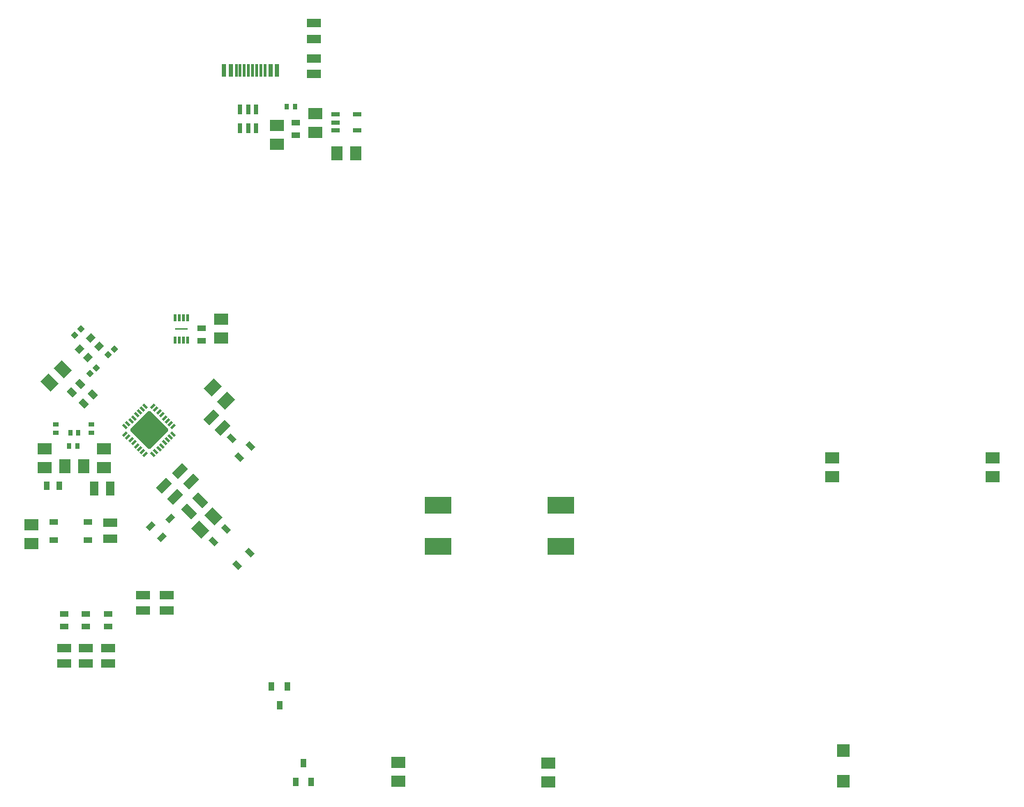
<source format=gtp>
G04*
G04 #@! TF.GenerationSoftware,Altium Limited,Altium Designer,23.9.2 (47)*
G04*
G04 Layer_Color=8421504*
%FSLAX25Y25*%
%MOIN*%
G70*
G04*
G04 #@! TF.SameCoordinates,32FA3CAB-4A21-4C27-9538-83D2161AB544*
G04*
G04*
G04 #@! TF.FilePolarity,Positive*
G04*
G01*
G75*
%ADD18R,0.06299X0.00787*%
G04:AMPARAMS|DCode=19|XSize=25.59mil|YSize=41.34mil|CornerRadius=0mil|HoleSize=0mil|Usage=FLASHONLY|Rotation=225.000|XOffset=0mil|YOffset=0mil|HoleType=Round|Shape=Rectangle|*
%AMROTATEDRECTD19*
4,1,4,-0.00557,0.02366,0.02366,-0.00557,0.00557,-0.02366,-0.02366,0.00557,-0.00557,0.02366,0.0*
%
%ADD19ROTATEDRECTD19*%

%ADD20R,0.02559X0.04134*%
G04:AMPARAMS|DCode=21|XSize=25.59mil|YSize=41.34mil|CornerRadius=0mil|HoleSize=0mil|Usage=FLASHONLY|Rotation=135.000|XOffset=0mil|YOffset=0mil|HoleType=Round|Shape=Rectangle|*
%AMROTATEDRECTD21*
4,1,4,0.02366,0.00557,-0.00557,-0.02366,-0.02366,-0.00557,0.00557,0.02366,0.02366,0.00557,0.0*
%
%ADD21ROTATEDRECTD21*%

%ADD22R,0.01181X0.05906*%
%ADD23R,0.12520X0.07874*%
G04:AMPARAMS|DCode=24|XSize=135.83mil|YSize=135.83mil|CornerRadius=6.79mil|HoleSize=0mil|Usage=FLASHONLY|Rotation=225.000|XOffset=0mil|YOffset=0mil|HoleType=Round|Shape=RoundedRectangle|*
%AMROUNDEDRECTD24*
21,1,0.13583,0.12224,0,0,225.0*
21,1,0.12224,0.13583,0,0,225.0*
1,1,0.01358,-0.08644,0.00000*
1,1,0.01358,0.00000,0.08644*
1,1,0.01358,0.08644,0.00000*
1,1,0.01358,0.00000,-0.08644*
%
%ADD24ROUNDEDRECTD24*%
%ADD25R,0.02362X0.02756*%
G04:AMPARAMS|DCode=26|XSize=39.37mil|YSize=66.93mil|CornerRadius=0mil|HoleSize=0mil|Usage=FLASHONLY|Rotation=315.000|XOffset=0mil|YOffset=0mil|HoleType=Round|Shape=Rectangle|*
%AMROTATEDRECTD26*
4,1,4,-0.03758,-0.00974,0.00974,0.03758,0.03758,0.00974,-0.00974,-0.03758,-0.03758,-0.00974,0.0*
%
%ADD26ROTATEDRECTD26*%

G04:AMPARAMS|DCode=27|XSize=55.12mil|YSize=66.93mil|CornerRadius=0mil|HoleSize=0mil|Usage=FLASHONLY|Rotation=45.000|XOffset=0mil|YOffset=0mil|HoleType=Round|Shape=Rectangle|*
%AMROTATEDRECTD27*
4,1,4,0.00418,-0.04315,-0.04315,0.00418,-0.00418,0.04315,0.04315,-0.00418,0.00418,-0.04315,0.0*
%
%ADD27ROTATEDRECTD27*%

G04:AMPARAMS|DCode=28|XSize=9.84mil|YSize=27.56mil|CornerRadius=0.49mil|HoleSize=0mil|Usage=FLASHONLY|Rotation=45.000|XOffset=0mil|YOffset=0mil|HoleType=Round|Shape=RoundedRectangle|*
%AMROUNDEDRECTD28*
21,1,0.00984,0.02657,0,0,45.0*
21,1,0.00886,0.02756,0,0,45.0*
1,1,0.00098,0.01253,-0.00626*
1,1,0.00098,0.00626,-0.01253*
1,1,0.00098,-0.01253,0.00626*
1,1,0.00098,-0.00626,0.01253*
%
%ADD28ROUNDEDRECTD28*%
G04:AMPARAMS|DCode=29|XSize=9.84mil|YSize=27.56mil|CornerRadius=0.49mil|HoleSize=0mil|Usage=FLASHONLY|Rotation=315.000|XOffset=0mil|YOffset=0mil|HoleType=Round|Shape=RoundedRectangle|*
%AMROUNDEDRECTD29*
21,1,0.00984,0.02657,0,0,315.0*
21,1,0.00886,0.02756,0,0,315.0*
1,1,0.00098,-0.00626,-0.01253*
1,1,0.00098,-0.01253,-0.00626*
1,1,0.00098,0.00626,0.01253*
1,1,0.00098,0.01253,0.00626*
%
%ADD29ROUNDEDRECTD29*%
%ADD30R,0.02756X0.02362*%
%ADD31R,0.01181X0.03543*%
%ADD32R,0.05709X0.00197*%
%ADD33R,0.03150X0.03937*%
%ADD34R,0.06693X0.05512*%
G04:AMPARAMS|DCode=35|XSize=55.12mil|YSize=66.93mil|CornerRadius=0mil|HoleSize=0mil|Usage=FLASHONLY|Rotation=315.000|XOffset=0mil|YOffset=0mil|HoleType=Round|Shape=Rectangle|*
%AMROTATEDRECTD35*
4,1,4,-0.04315,-0.00418,0.00418,0.04315,0.04315,0.00418,-0.00418,-0.04315,-0.04315,-0.00418,0.0*
%
%ADD35ROTATEDRECTD35*%

%ADD36R,0.05512X0.06693*%
G04:AMPARAMS|DCode=37|XSize=31.5mil|YSize=39.37mil|CornerRadius=0mil|HoleSize=0mil|Usage=FLASHONLY|Rotation=45.000|XOffset=0mil|YOffset=0mil|HoleType=Round|Shape=Rectangle|*
%AMROTATEDRECTD37*
4,1,4,0.00278,-0.02506,-0.02506,0.00278,-0.00278,0.02506,0.02506,-0.00278,0.00278,-0.02506,0.0*
%
%ADD37ROTATEDRECTD37*%

%ADD38R,0.03937X0.03150*%
%ADD39R,0.06693X0.03937*%
%ADD40R,0.04134X0.02559*%
%ADD41R,0.02362X0.05906*%
G04:AMPARAMS|DCode=42|XSize=23.62mil|YSize=27.56mil|CornerRadius=0mil|HoleSize=0mil|Usage=FLASHONLY|Rotation=45.000|XOffset=0mil|YOffset=0mil|HoleType=Round|Shape=Rectangle|*
%AMROTATEDRECTD42*
4,1,4,0.00139,-0.01810,-0.01810,0.00139,-0.00139,0.01810,0.01810,-0.00139,0.00139,-0.01810,0.0*
%
%ADD42ROTATEDRECTD42*%

G04:AMPARAMS|DCode=43|XSize=35.43mil|YSize=31.5mil|CornerRadius=1.58mil|HoleSize=0mil|Usage=FLASHONLY|Rotation=225.000|XOffset=0mil|YOffset=0mil|HoleType=Round|Shape=RoundedRectangle|*
%AMROUNDEDRECTD43*
21,1,0.03543,0.02835,0,0,225.0*
21,1,0.03228,0.03150,0,0,225.0*
1,1,0.00315,-0.02144,-0.00139*
1,1,0.00315,0.00139,0.02144*
1,1,0.00315,0.02144,0.00139*
1,1,0.00315,-0.00139,-0.02144*
%
%ADD43ROUNDEDRECTD43*%
%ADD44R,0.02362X0.04724*%
%ADD45R,0.04134X0.02362*%
G04:AMPARAMS|DCode=46|XSize=39.37mil|YSize=66.93mil|CornerRadius=0mil|HoleSize=0mil|Usage=FLASHONLY|Rotation=225.000|XOffset=0mil|YOffset=0mil|HoleType=Round|Shape=Rectangle|*
%AMROTATEDRECTD46*
4,1,4,-0.00974,0.03758,0.03758,-0.00974,0.00974,-0.03758,-0.03758,0.00974,-0.00974,0.03758,0.0*
%
%ADD46ROTATEDRECTD46*%

G04:AMPARAMS|DCode=47|XSize=41.34mil|YSize=25.59mil|CornerRadius=0mil|HoleSize=0mil|Usage=FLASHONLY|Rotation=135.000|XOffset=0mil|YOffset=0mil|HoleType=Round|Shape=Rectangle|*
%AMROTATEDRECTD47*
4,1,4,0.02366,-0.00557,0.00557,-0.02366,-0.02366,0.00557,-0.00557,0.02366,0.02366,-0.00557,0.0*
%
%ADD47ROTATEDRECTD47*%

%ADD48R,0.03937X0.06693*%
%ADD49R,0.06299X0.05906*%
D18*
X111024Y308661D02*
D03*
D19*
X134987Y256351D02*
D03*
X144035Y252593D02*
D03*
X138746Y247304D02*
D03*
D20*
X157874Y128543D02*
D03*
X154134Y137598D02*
D03*
X161614D02*
D03*
X169291Y100984D02*
D03*
X173031Y91929D02*
D03*
X165551D02*
D03*
D21*
X105564Y218162D02*
D03*
X101805Y209115D02*
D03*
X96516Y214404D02*
D03*
D22*
X145083Y432350D02*
D03*
X147051D02*
D03*
X141146D02*
D03*
X143114D02*
D03*
X150988D02*
D03*
X149020D02*
D03*
X137209D02*
D03*
X139177D02*
D03*
D23*
X233858Y224410D02*
D03*
Y204724D02*
D03*
X292520Y224410D02*
D03*
Y204724D02*
D03*
D24*
X95638Y260173D02*
D03*
D25*
X61417Y252756D02*
D03*
X57480D02*
D03*
X57874Y259055D02*
D03*
X61811D02*
D03*
X165354Y414961D02*
D03*
X161417D02*
D03*
D26*
X110347Y240834D02*
D03*
X115637Y235544D02*
D03*
X125348Y266463D02*
D03*
X130638Y261173D02*
D03*
X108157Y228458D02*
D03*
X102867Y233747D02*
D03*
D27*
X120046Y212566D02*
D03*
X126410Y218930D02*
D03*
X54363Y289402D02*
D03*
X47999Y283038D02*
D03*
D28*
X84085Y261983D02*
D03*
X85477Y263375D02*
D03*
X86869Y264767D02*
D03*
X88261Y266159D02*
D03*
X89653Y267550D02*
D03*
X91044Y268942D02*
D03*
X92436Y270334D02*
D03*
X93828Y271726D02*
D03*
X107191Y258364D02*
D03*
X105799Y256972D02*
D03*
X104407Y255580D02*
D03*
X103015Y254188D02*
D03*
X101623Y252796D02*
D03*
X100231Y251404D02*
D03*
X98839Y250012D02*
D03*
X97447Y248620D02*
D03*
D29*
Y271726D02*
D03*
X98839Y270334D02*
D03*
X100231Y268942D02*
D03*
X101623Y267550D02*
D03*
X103015Y266159D02*
D03*
X104407Y264767D02*
D03*
X105799Y263375D02*
D03*
X107191Y261983D02*
D03*
X93828Y248620D02*
D03*
X92436Y250012D02*
D03*
X91044Y251404D02*
D03*
X89652Y252796D02*
D03*
X88261Y254188D02*
D03*
X86869Y255580D02*
D03*
X85477Y256972D02*
D03*
X84085Y258364D02*
D03*
D30*
X68110Y259055D02*
D03*
Y262992D02*
D03*
X51181D02*
D03*
Y259055D02*
D03*
D31*
X108071Y313976D02*
D03*
X110039D02*
D03*
X112008D02*
D03*
X113976D02*
D03*
X108071Y303346D02*
D03*
X110039D02*
D03*
X112008D02*
D03*
X113976D02*
D03*
D32*
X111024Y308661D02*
D03*
D33*
X52559Y233661D02*
D03*
X46654D02*
D03*
D34*
X45669Y251350D02*
D03*
Y242350D02*
D03*
X74016Y251350D02*
D03*
Y242350D02*
D03*
X129921Y304219D02*
D03*
Y313219D02*
D03*
X39370Y215130D02*
D03*
Y206130D02*
D03*
X175197Y411587D02*
D03*
Y402587D02*
D03*
X156693Y406102D02*
D03*
Y397102D02*
D03*
X498819Y238020D02*
D03*
Y247020D02*
D03*
X422047Y238020D02*
D03*
Y247020D02*
D03*
X286221Y91957D02*
D03*
Y100957D02*
D03*
X214567Y92350D02*
D03*
Y101350D02*
D03*
D35*
X132316Y274377D02*
D03*
X125952Y280741D02*
D03*
D36*
X55343Y242941D02*
D03*
X64342D02*
D03*
X194264Y392520D02*
D03*
X185264D02*
D03*
D37*
X68623Y277285D02*
D03*
X64447Y273109D02*
D03*
X62718Y282403D02*
D03*
X58542Y278227D02*
D03*
D38*
X120866Y303038D02*
D03*
Y308943D02*
D03*
X76032Y166405D02*
D03*
Y172311D02*
D03*
X65531Y166405D02*
D03*
Y172311D02*
D03*
X55032Y166405D02*
D03*
Y172311D02*
D03*
X165748Y407283D02*
D03*
Y401378D02*
D03*
D39*
X77165Y208437D02*
D03*
Y215917D02*
D03*
X92638Y173933D02*
D03*
Y181413D02*
D03*
X104138Y173933D02*
D03*
Y181413D02*
D03*
X174409Y437992D02*
D03*
Y430512D02*
D03*
Y447441D02*
D03*
Y454921D02*
D03*
X76032Y156102D02*
D03*
Y148622D02*
D03*
X65531Y156102D02*
D03*
Y148622D02*
D03*
X55118Y156102D02*
D03*
Y148622D02*
D03*
D40*
X66437Y207754D02*
D03*
X50098D02*
D03*
X66437Y216219D02*
D03*
X50098D02*
D03*
D41*
X153547Y432350D02*
D03*
X156697D02*
D03*
X131500D02*
D03*
X134650D02*
D03*
D42*
X67506Y287191D02*
D03*
X70290Y289975D02*
D03*
X60159Y305762D02*
D03*
X62943Y308545D02*
D03*
X76167Y296246D02*
D03*
X78951Y299030D02*
D03*
D43*
X67608Y304247D02*
D03*
X62458Y299097D02*
D03*
X71645Y300210D02*
D03*
X66494Y295060D02*
D03*
D44*
X139173Y404528D02*
D03*
X142913D02*
D03*
X146653D02*
D03*
Y413583D02*
D03*
X142913D02*
D03*
X139173D02*
D03*
D45*
X184547Y411221D02*
D03*
Y407480D02*
D03*
Y403740D02*
D03*
X194980D02*
D03*
Y411221D02*
D03*
D46*
X114678Y221371D02*
D03*
X119967Y226660D02*
D03*
D47*
X137823Y195562D02*
D03*
X126270Y207115D02*
D03*
X143809Y201547D02*
D03*
X132255Y213100D02*
D03*
D48*
X69488Y232283D02*
D03*
X76968D02*
D03*
D49*
X427315Y107008D02*
D03*
Y92441D02*
D03*
M02*

</source>
